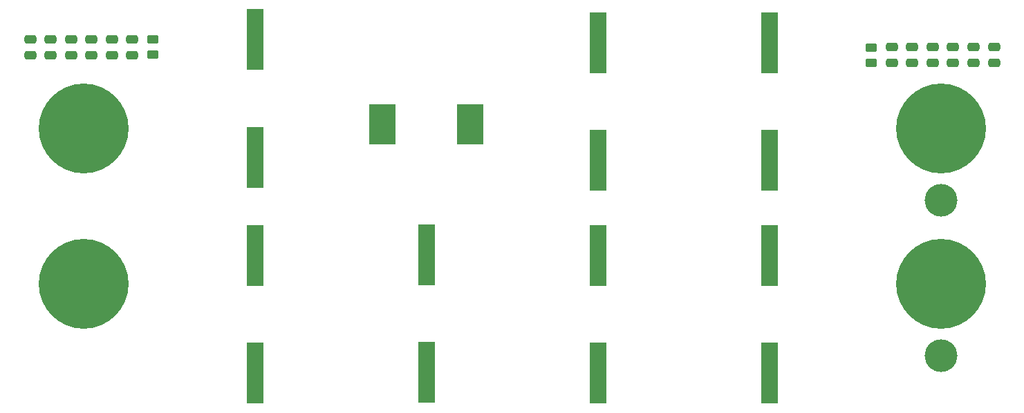
<source format=gbr>
%TF.GenerationSoftware,KiCad,Pcbnew,8.0.7*%
%TF.CreationDate,2025-01-31T21:54:53-05:00*%
%TF.ProjectId,filter_board,66696c74-6572-45f6-926f-6172642e6b69,rev?*%
%TF.SameCoordinates,Original*%
%TF.FileFunction,Soldermask,Top*%
%TF.FilePolarity,Negative*%
%FSLAX46Y46*%
G04 Gerber Fmt 4.6, Leading zero omitted, Abs format (unit mm)*
G04 Created by KiCad (PCBNEW 8.0.7) date 2025-01-31 21:54:53*
%MOMM*%
%LPD*%
G01*
G04 APERTURE LIST*
G04 Aperture macros list*
%AMRoundRect*
0 Rectangle with rounded corners*
0 $1 Rounding radius*
0 $2 $3 $4 $5 $6 $7 $8 $9 X,Y pos of 4 corners*
0 Add a 4 corners polygon primitive as box body*
4,1,4,$2,$3,$4,$5,$6,$7,$8,$9,$2,$3,0*
0 Add four circle primitives for the rounded corners*
1,1,$1+$1,$2,$3*
1,1,$1+$1,$4,$5*
1,1,$1+$1,$6,$7*
1,1,$1+$1,$8,$9*
0 Add four rect primitives between the rounded corners*
20,1,$1+$1,$2,$3,$4,$5,0*
20,1,$1+$1,$4,$5,$6,$7,0*
20,1,$1+$1,$6,$7,$8,$9,0*
20,1,$1+$1,$8,$9,$2,$3,0*%
G04 Aperture macros list end*
%ADD10C,4.000000*%
%ADD11C,11.000000*%
%ADD12RoundRect,0.250000X0.475000X-0.250000X0.475000X0.250000X-0.475000X0.250000X-0.475000X-0.250000X0*%
%ADD13R,2.006600X7.416800*%
%ADD14R,3.225800X4.953000*%
%ADD15RoundRect,0.250000X0.450000X-0.262500X0.450000X0.262500X-0.450000X0.262500X-0.450000X-0.262500X0*%
G04 APERTURE END LIST*
D10*
%TO.C,J4*%
X209000000Y-145800000D03*
%TD*%
%TO.C,J3*%
X209000000Y-126800000D03*
%TD*%
D11*
%TO.C,J1*%
X209000000Y-137025000D03*
X209000000Y-117975000D03*
%TD*%
%TO.C,J2*%
X104000000Y-117975000D03*
X104000000Y-137025000D03*
%TD*%
D12*
%TO.C,C18*%
X107500000Y-108987500D03*
X107500000Y-107087500D03*
%TD*%
%TO.C,C17*%
X105000000Y-108987500D03*
X105000000Y-107087500D03*
%TD*%
D13*
%TO.C,C1*%
X167000000Y-121901800D03*
X167000000Y-107500000D03*
%TD*%
%TO.C,C5*%
X188000000Y-133549100D03*
X188000000Y-147950900D03*
%TD*%
D14*
%TO.C,L1*%
X140602500Y-117500000D03*
X151397500Y-117500000D03*
%TD*%
D13*
%TO.C,C2*%
X188000000Y-121901800D03*
X188000000Y-107500000D03*
%TD*%
%TO.C,C3*%
X146000000Y-133500000D03*
X146000000Y-147901800D03*
%TD*%
D12*
%TO.C,C11*%
X210500000Y-109900000D03*
X210500000Y-108000000D03*
%TD*%
D13*
%TO.C,C7*%
X125000000Y-133549100D03*
X125000000Y-147950900D03*
%TD*%
%TO.C,C4*%
X167000000Y-133549100D03*
X167000000Y-147950900D03*
%TD*%
D12*
%TO.C,C10*%
X208000000Y-109900000D03*
X208000000Y-108000000D03*
%TD*%
%TO.C,C13*%
X215500000Y-109900000D03*
X215500000Y-108000000D03*
%TD*%
D13*
%TO.C,C6*%
X125000000Y-121500000D03*
X125000000Y-107098200D03*
%TD*%
D12*
%TO.C,C15*%
X100000000Y-108987500D03*
X100000000Y-107087500D03*
%TD*%
%TO.C,C12*%
X213000000Y-109900000D03*
X213000000Y-108000000D03*
%TD*%
%TO.C,C19*%
X110000000Y-108987500D03*
X110000000Y-107087500D03*
%TD*%
%TO.C,C8*%
X202980000Y-109900000D03*
X202980000Y-108000000D03*
%TD*%
%TO.C,C9*%
X205500000Y-109900000D03*
X205500000Y-108000000D03*
%TD*%
D15*
%TO.C,R2*%
X112500000Y-108912500D03*
X112500000Y-107087500D03*
%TD*%
D12*
%TO.C,C16*%
X102500000Y-108987500D03*
X102500000Y-107087500D03*
%TD*%
D15*
%TO.C,R1*%
X200480000Y-109912500D03*
X200480000Y-108087500D03*
%TD*%
D12*
%TO.C,C14*%
X97500000Y-108987500D03*
X97500000Y-107087500D03*
%TD*%
M02*

</source>
